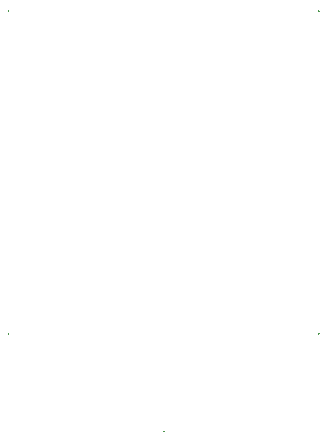
<source format=gm1>
G04*
G04 #@! TF.GenerationSoftware,Altium Limited,Altium Designer,24.2.2 (26)*
G04*
G04 Layer_Color=16711935*
%FSLAX26Y26*%
%MOIN*%
G70*
G04*
G04 #@! TF.SameCoordinates,6E19E911-B848-4C60-9216-CC5A1203C33B*
G04*
G04*
G04 #@! TF.FilePolarity,Positive*
G04*
G01*
G75*
%ADD33C,0.001000*%
D33*
X1377734Y668898D02*
X1378734D01*
X1377734D02*
Y669898D01*
X342701Y1744489D02*
X343701D01*
Y1745489D01*
X342701Y668898D02*
X343701D01*
Y667898D02*
Y668898D01*
X342701Y668898D02*
X343701D01*
Y669898D01*
X342701Y1744489D02*
X343701D01*
Y1743489D02*
Y1744489D01*
X860717Y342701D02*
Y343701D01*
X859717D02*
X860717D01*
Y342701D02*
Y343701D01*
X861717D01*
X1377734Y1744489D02*
X1378734D01*
X1377734D02*
Y1745489D01*
Y1744489D02*
X1378734D01*
X1377734Y1743489D02*
Y1744489D01*
Y668898D02*
X1378734D01*
X1377734Y667898D02*
Y668898D01*
M02*

</source>
